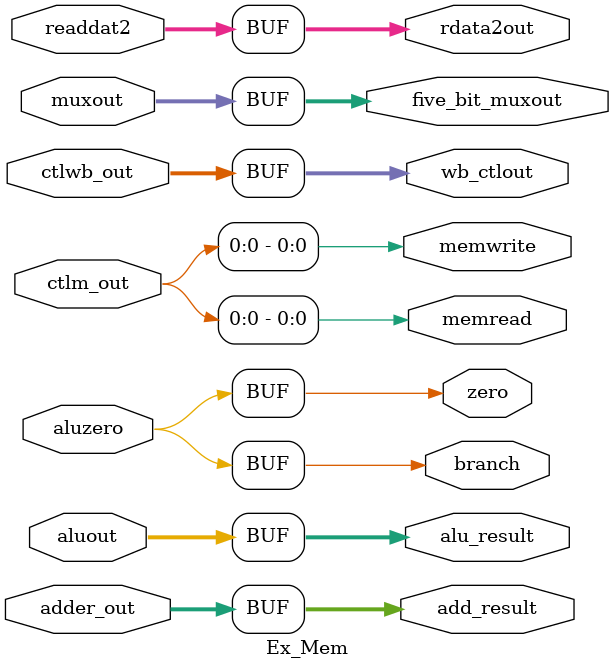
<source format=v>
`timescale 1ns / 1ps

module Ex_Mem(
    input wire [1:0] ctlwb_out,
    input wire [2:0] ctlm_out,
    input wire [31:0] adder_out,
    input wire aluzero,
    input wire [31:0] aluout, readdat2,
    input wire [4:0] muxout,
    output reg [1:0] wb_ctlout,
    output reg branch, memread, memwrite,
    output reg [31:0] add_result,
    output reg zero,
    output reg [31:0] alu_result, rdata2out,
    output reg [4:0] five_bit_muxout
    );
    
    initial begin
        wb_ctlout <= 0;
        branch <= 0;
        memread <= 0;
        memwrite <= 0;
        add_result <= 0;
        zero <= 0;
        alu_result <= 0;
        rdata2out <= 0;
        five_bit_muxout <= 0;
    end
    
    always @* begin
        #1 //update delay
       
        wb_ctlout <= ctlwb_out;
        branch <= aluzero;      //branch, memread, and memwrite not in fig 3.7
        memread <= ctlm_out;   //check
        memwrite <= ctlm_out;    //check
        add_result <= adder_out;
        zero <= aluzero;
        alu_result <= aluout;
        rdata2out <= readdat2;
        five_bit_muxout <= muxout;
    end
    
endmodule

</source>
